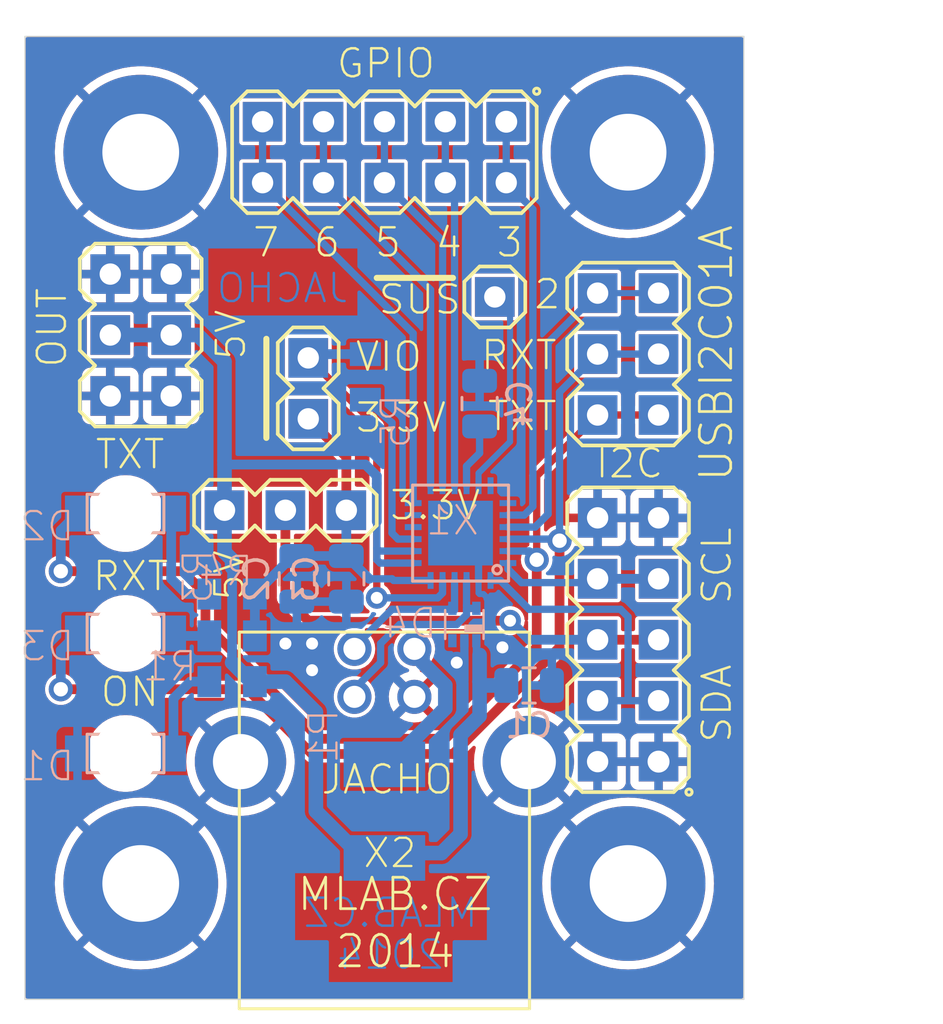
<source format=kicad_pcb>
(kicad_pcb (version 20211014) (generator pcbnew)
  (layers (0 "F.Cu" signal) (31 "B.Cu" signal) (34 "B.Paste" user) (35 "F.Paste" user) (36 "B.SilkS" user "B.Silkscreen") (37 "F.SilkS" user "F.Silkscreen") (38 "B.Mask" user) (39 "F.Mask" user) (44 "Edge.Cuts" user))
  (net 0 "")
  (net 1 "GND")
  (net 2 "+3.3V")
  (net 3 "+5V")
  (net 4 "Net-(C4-Pad1)")
  (net 5 "Net-(D1-PadA)")
  (net 6 "Net-(D2-PadA)")
  (net 7 "Net-(D2-PadK)")
  (net 8 "Net-(D3-PadA)")
  (net 9 "Net-(D3-PadK)")
  (net 10 "Net-(P1-Pad1)")
  (net 11 "Net-(R5-Pad1)")
  (net 12 "Net-(R5-Pad2)")
  (net 13 "Net-(SV2-Pad3)")
  (net 14 "Net-(SV2-Pad5)")
  (net 15 "Net-(SV2-Pad7)")
  (net 16 "Net-(SV4-Pad5)")
  (net 17 "Net-(SV5-Pad1)")
  (net 18 "Net-(SV5-Pad3)")
  (net 19 "Net-(SV5-Pad5)")
  (net 20 "Net-(SV5-Pad7)")
  (net 21 "Net-(SV5-Pad10)")
  (net 22 "Net-(SV7-Pad1)")
  (net 23 "Net-(X1-PadP$3)")
  (net 24 "Net-(X1-PadP$4)")
  (footprint "untitled:SROUB3M" (layer "F.Cu") (at 138.3411 89.7636)
    (fp_text reference "X4" hide)
    (fp_text value "SROUB3M" hide)
    (pad "P$1" thru_hole circle (at 0 0) (size 6.4516 6.4516) (drill 3.2) (layers *.Cu *.Mask) (net 1 "GND"))
  )
  (footprint "untitled:SROUB3M" (layer "F.Cu") (at 138.3411 120.2436)
    (fp_text reference "X3" hide)
    (fp_text value "SROUB3M" hide)
    (pad "P$1" thru_hole circle (at 0 0) (size 6.4516 6.4516) (drill 3.2) (layers *.Cu *.Mask) (net 1 "GND"))
  )
  (footprint "untitled:MA01-1" (layer "F.Cu") (at 153.10485 95.7961)
    (fp_text reference "SV7" hide)
    (fp_text value "MA01-1")
    (pad "1" thru_hole rect (at 0 0 90) (size 1.651 1.651) (drill 0.889) (layers *.Cu *.Mask) (net 22 "Net-(SV7-Pad1)"))
  )
  (footprint "untitled:MA03-2" (layer "F.Cu") (at 158.6611 98.17735 90)
    (fp_text reference "SV4" hide)
    (fp_text value "MA03-2")
    (pad "1" thru_hole rect (at -2.54 1.27 90) (size 1.651 1.651) (drill 0.889) (layers *.Cu *.Mask) (net 7 "Net-(D2-PadK)"))
    (pad "2" thru_hole rect (at -2.54 -1.27 90) (size 1.651 1.651) (drill 0.889) (layers *.Cu *.Mask) (net 7 "Net-(D2-PadK)"))
    (pad "3" thru_hole rect (at 0 1.27 90) (size 1.651 1.651) (drill 0.889) (layers *.Cu *.Mask) (net 9 "Net-(D3-PadK)"))
    (pad "4" thru_hole rect (at 0 -1.27 90) (size 1.651 1.651) (drill 0.889) (layers *.Cu *.Mask) (net 9 "Net-(D3-PadK)"))
    (pad "5" thru_hole rect (at 2.54 1.27 90) (size 1.651 1.651) (drill 0.889) (layers *.Cu *.Mask) (net 16 "Net-(SV4-Pad5)"))
    (pad "6" thru_hole rect (at 2.54 -1.27 90) (size 1.651 1.651) (drill 0.889) (layers *.Cu *.Mask) (net 16 "Net-(SV4-Pad5)"))
  )
  (footprint "untitled:SROUB3M" (layer "F.Cu") (at 158.6611 89.7636)
    (fp_text reference "X6" hide)
    (fp_text value "SROUB3M" hide)
    (pad "P$1" thru_hole circle (at 0 0) (size 6.4516 6.4516) (drill 3.2) (layers *.Cu *.Mask) (net 1 "GND"))
  )
  (footprint "untitled:MA03-1" (layer "F.Cu") (at 144.3736 104.6861 180)
    (fp_text reference "SV3" hide)
    (fp_text value "MA03-1")
    (pad "1" thru_hole rect (at -2.54 0 270) (size 1.651 1.651) (drill 0.889) (layers *.Cu *.Mask) (net 2 "+3.3V"))
    (pad "2" thru_hole rect (at 0 0 270) (size 1.651 1.651) (drill 0.889) (layers *.Cu *.Mask) (net 14 "Net-(SV2-Pad5)"))
    (pad "3" thru_hole rect (at 2.54 0 270) (size 1.651 1.651) (drill 0.889) (layers *.Cu *.Mask) (net 3 "+5V"))
  )
  (footprint "untitled:MA03-2" (layer "F.Cu") (at 138.3411 97.3836 90)
    (fp_text reference "SV6" hide)
    (fp_text value "MA03-2")
    (pad "1" thru_hole rect (at -2.54 1.27 90) (size 1.651 1.651) (drill 0.889) (layers *.Cu *.Mask) (net 1 "GND"))
    (pad "2" thru_hole rect (at -2.54 -1.27 90) (size 1.651 1.651) (drill 0.889) (layers *.Cu *.Mask) (net 1 "GND"))
    (pad "3" thru_hole rect (at 0 1.27 90) (size 1.651 1.651) (drill 0.889) (layers *.Cu *.Mask) (net 3 "+5V"))
    (pad "4" thru_hole rect (at 0 -1.27 90) (size 1.651 1.651) (drill 0.889) (layers *.Cu *.Mask) (net 3 "+5V"))
    (pad "5" thru_hole rect (at 2.54 1.27 90) (size 1.651 1.651) (drill 0.889) (layers *.Cu *.Mask) (net 1 "GND"))
    (pad "6" thru_hole rect (at 2.54 -1.27 90) (size 1.651 1.651) (drill 0.889) (layers *.Cu *.Mask) (net 1 "GND"))
  )
  (footprint "untitled:MA05-2" (layer "F.Cu") (at 158.6611 110.0836 90)
    (fp_text reference "SV2" hide)
    (fp_text value "MA05-2")
    (pad "1" thru_hole rect (at -5.08 1.27 90) (size 1.651 1.651) (drill 0.9144) (layers *.Cu *.Mask) (net 1 "GND"))
    (pad "2" thru_hole rect (at -5.08 -1.27 90) (size 1.651 1.651) (drill 0.889) (layers *.Cu *.Mask) (net 1 "GND"))
    (pad "3" thru_hole rect (at -2.54 1.27 90) (size 1.651 1.651) (drill 0.889) (layers *.Cu *.Mask) (net 13 "Net-(SV2-Pad3)"))
    (pad "4" thru_hole rect (at -2.54 -1.27 90) (size 1.651 1.651) (drill 0.889) (layers *.Cu *.Mask) (net 13 "Net-(SV2-Pad3)"))
    (pad "5" thru_hole rect (at 0 1.27 90) (size 1.651 1.651) (drill 0.889) (layers *.Cu *.Mask) (net 14 "Net-(SV2-Pad5)"))
    (pad "6" thru_hole rect (at 0 -1.27 90) (size 1.651 1.651) (drill 0.889) (layers *.Cu *.Mask) (net 14 "Net-(SV2-Pad5)"))
    (pad "7" thru_hole rect (at 2.54 1.27 90) (size 1.651 1.651) (drill 0.889) (layers *.Cu *.Mask) (net 15 "Net-(SV2-Pad7)"))
    (pad "8" thru_hole rect (at 2.54 -1.27 90) (size 1.651 1.651) (drill 0.889) (layers *.Cu *.Mask) (net 15 "Net-(SV2-Pad7)"))
    (pad "9" thru_hole rect (at 5.08 1.27 90) (size 1.651 1.651) (drill 0.889) (layers *.Cu *.Mask) (net 1 "GND"))
    (pad "10" thru_hole rect (at 5.08 -1.27 90) (size 1.651 1.651) (drill 0.889) (layers *.Cu *.Mask) (net 1 "GND"))
  )
  (footprint "untitled:SROUB3M" (layer "F.Cu") (at 158.6611 120.2436)
    (fp_text reference "X5" hide)
    (fp_text value "SROUB3M" hide)
    (pad "P$1" thru_hole circle (at 0 0) (size 6.4516 6.4516) (drill 3.2) (layers *.Cu *.Mask) (net 1 "GND"))
  )
  (footprint "untitled:MA05-2" (layer "F.Cu") (at 148.5011 89.7636 180)
    (fp_text reference "SV5" hide)
    (fp_text value "MA05-2")
    (pad "1" thru_hole rect (at -5.08 1.27 180) (size 1.651 1.651) (drill 0.9144) (layers *.Cu *.Mask) (net 17 "Net-(SV5-Pad1)"))
    (pad "2" thru_hole rect (at -5.08 -1.27 180) (size 1.651 1.651) (drill 0.889) (layers *.Cu *.Mask) (net 17 "Net-(SV5-Pad1)"))
    (pad "3" thru_hole rect (at -2.54 1.27 180) (size 1.651 1.651) (drill 0.889) (layers *.Cu *.Mask) (net 18 "Net-(SV5-Pad3)"))
    (pad "4" thru_hole rect (at -2.54 -1.27 180) (size 1.651 1.651) (drill 0.889) (layers *.Cu *.Mask) (net 18 "Net-(SV5-Pad3)"))
    (pad "5" thru_hole rect (at 0 1.27 180) (size 1.651 1.651) (drill 0.889) (layers *.Cu *.Mask) (net 19 "Net-(SV5-Pad5)"))
    (pad "6" thru_hole rect (at 0 -1.27 180) (size 1.651 1.651) (drill 0.889) (layers *.Cu *.Mask) (net 19 "Net-(SV5-Pad5)"))
    (pad "7" thru_hole rect (at 2.54 1.27 180) (size 1.651 1.651) (drill 0.889) (layers *.Cu *.Mask) (net 20 "Net-(SV5-Pad7)"))
    (pad "8" thru_hole rect (at 2.54 -1.27 180) (size 1.651 1.651) (drill 0.889) (layers *.Cu *.Mask) (net 20 "Net-(SV5-Pad7)"))
    (pad "9" thru_hole rect (at 5.08 1.27 180) (size 1.651 1.651) (drill 0.889) (layers *.Cu *.Mask) (net 21 "Net-(SV5-Pad10)"))
    (pad "10" thru_hole rect (at 5.08 -1.27 180) (size 1.651 1.651) (drill 0.889) (layers *.Cu *.Mask) (net 21 "Net-(SV5-Pad10)"))
  )
  (footprint "untitled:MA02-1" (layer "F.Cu") (at 145.3261 99.6061 90)
    (fp_text reference "SV1" hide)
    (fp_text value "MA02-1" hide)
    (pad "1" thru_hole rect (at -1.27 0 180) (size 1.651 1.651) (drill 0.889) (layers *.Cu *.Mask) (net 2 "+3.3V"))
    (pad "2" thru_hole rect (at 1.27 0 180) (size 1.651 1.651) (drill 0.889) (layers *.Cu *.Mask) (net 12 "Net-(R5-Pad2)"))
  )
  (footprint "untitled:USB_B" (layer "F.Cu") (at 148.5011 115.1636)
    (fp_text reference "X2" (at -0.9525 3.81) (layer "F.SilkS") (effects (font (size 1.176528 1.176528) (thickness 0.093472)) (justify left)))
    (fp_text value "USB_B")
    (pad "1" thru_hole circle (at 1.25 -4.7) (size 1.4224 1.4224) (drill 0.92) (layers *.Cu *.Mask) (net 10 "Net-(P1-Pad1)"))
    (pad "2" thru_hole circle (at -1.25 -4.7) (size 1.4224 1.4224) (drill 0.92) (layers *.Cu *.Mask) (net 24 "Net-(X1-PadP$4)"))
    (pad "3" thru_hole circle (at -1.25 -2.7) (size 1.4224 1.4224) (drill 0.92) (layers *.Cu *.Mask) (net 23 "Net-(X1-PadP$3)"))
    (pad "4" thru_hole circle (at 1.25 -2.7) (size 1.4224 1.4224) (drill 0.92) (layers *.Cu *.Mask) (net 1 "GND"))
    (pad "GND" thru_hole circle (at -6 0) (size 3.81 3.81) (drill 2.3) (layers *.Cu *.Mask) (net 1 "GND"))
    (pad "GND2" thru_hole circle (at 6 0) (size 3.81 3.81) (drill 2.3) (layers *.Cu *.Mask) (net 1 "GND"))
  )
  (footprint "untitled:1206_2" (layer "B.Cu") (at 137.7061 104.8236 -90)
    (fp_text reference "D2" (at 0.53125 2.0575 -180) (layer "B.SilkS") (effects (font (size 1.176528 1.176528) (thickness 0.093472)) (justify left mirror)))
    (fp_text value "CERVENA" hide)
    (pad "" np_thru_hole circle (at 0 0 270) (size 2.7 2.7) (drill 2.7) (layers *.Cu *.Mask))
    (pad "A" smd rect (at 0 -2 270) (size 1.5 1.05) (layers "B.Cu" "B.Paste" "B.Mask") (net 6 "Net-(D2-PadA)"))
    (pad "K" smd rect (at 0 2 270) (size 1.5 1.05) (layers "B.Cu" "B.Paste" "B.Mask") (net 7 "Net-(D2-PadK)"))
  )
  (footprint "untitled:1812" (layer "B.Cu") (at 148.5011 117.22735 -90)
    (fp_text reference "P1" (at -1.905 2.54 -270) (layer "B.SilkS") (effects (font (size 1.176528 1.176528) (thickness 0.093472)) (justify right mirror)))
    (fp_text value "750mA")
    (pad "1" smd rect (at -1.95 0 270) (size 1.9 3.4) (layers "B.Cu" "B.Paste" "B.Mask") (net 10 "Net-(P1-Pad1)"))
    (pad "2" smd rect (at 1.95 0 270) (size 1.9 3.4) (layers "B.Cu" "B.Paste" "B.Mask") (net 3 "+5V"))
  )
  (footprint "untitled:0805" (layer "B.Cu") (at 147.70735 99.12985 90)
    (fp_text reference "R5" (at -0.635 1.27 90) (layer "B.SilkS") (effects (font (size 1.176528 1.176528) (thickness 0.093472)) (justify left mirror)))
    (fp_text value "4k7")
    (pad "1" smd rect (at -0.95 0 90) (size 0.9906 1.2954) (layers "B.Cu" "B.Paste" "B.Mask") (net 11 "Net-(R5-Pad1)"))
    (pad "2" smd rect (at 0.95 0 90) (size 0.9906 1.2954) (layers "B.Cu" "B.Paste" "B.Mask") (net 12 "Net-(R5-Pad2)"))
  )
  (footprint "untitled:1206_2" (layer "B.Cu") (at 137.7061 114.8236 -90)
    (fp_text reference "D1" (at 0.53125 2.0575 -180) (layer "B.SilkS") (effects (font (size 1.176528 1.176528) (thickness 0.093472)) (justify left mirror)))
    (fp_text value "ZELENA" hide)
    (pad "" np_thru_hole circle (at 0 0 270) (size 2.7 2.7) (drill 2.7) (layers *.Cu *.Mask))
    (pad "A" smd rect (at 0 -2 270) (size 1.5 1.05) (layers "B.Cu" "B.Paste" "B.Mask") (net 5 "Net-(D1-PadA)"))
    (pad "K" smd rect (at 0 2 270) (size 1.5 1.05) (layers "B.Cu" "B.Paste" "B.Mask") (net 1 "GND"))
  )
  (footprint "untitled:0805" (layer "B.Cu") (at 142.1511 108.1786 180)
    (fp_text reference "R4" (at -0.9525 0.9525) (layer "B.SilkS") (effects (font (size 1.176528 1.176528) (thickness 0.093472)) (justify left mirror)))
    (fp_text value "470R")
    (pad "1" smd rect (at -0.95 0 180) (size 0.9906 1.2954) (layers "B.Cu" "B.Paste" "B.Mask") (net 2 "+3.3V"))
    (pad "2" smd rect (at 0.95 0 180) (size 0.9906 1.2954) (layers "B.Cu" "B.Paste" "B.Mask") (net 6 "Net-(D2-PadA)"))
  )
  (footprint "untitled:0805" (layer "B.Cu") (at 142.1511 109.92485 180)
    (fp_text reference "R3" (at 1.42875 1.27 270) (layer "B.SilkS") (effects (font (size 1.176528 1.176528) (thickness 0.093472)) (justify right mirror)))
    (fp_text value "470R")
    (pad "1" smd rect (at -0.95 0 180) (size 0.9906 1.2954) (layers "B.Cu" "B.Paste" "B.Mask") (net 2 "+3.3V"))
    (pad "2" smd rect (at 0.95 0 180) (size 0.9906 1.2954) (layers "B.Cu" "B.Paste" "B.Mask") (net 8 "Net-(D3-PadA)"))
  )
  (footprint "Capacitor_SMD:C_0805_2012Metric" (layer "B.Cu") (at 154.5336 111.9886)
    (fp_text reference "C1" (at 0 1.68 180) (layer "B.SilkS") (effects (justify mirror)))
    (fp_text value "1uF")
    (pad "1" smd roundrect (at -0.95 0) (size 1 1.45) (layers "B.Cu" "B.Paste" "B.Mask") (net 3 "+5V"))
    (pad "2" smd roundrect (at 0.95 0) (size 1 1.45) (layers "B.Cu" "B.Paste" "B.Mask") (net 1 "GND"))
  )
  (footprint "untitled:1206_2" (layer "B.Cu") (at 137.7061 109.8236 -90)
    (fp_text reference "D3" (at 0.53125 2.0575 -180) (layer "B.SilkS") (effects (font (size 1.176528 1.176528) (thickness 0.093472)) (justify left mirror)))
    (fp_text value "CERVENA" hide)
    (pad "" np_thru_hole circle (at 0 0 270) (size 2.7 2.7) (drill 2.7) (layers *.Cu *.Mask))
    (pad "A" smd rect (at 0 -2 270) (size 1.5 1.05) (layers "B.Cu" "B.Paste" "B.Mask") (net 8 "Net-(D3-PadA)"))
    (pad "K" smd rect (at 0 2 270) (size 1.5 1.05) (layers "B.Cu" "B.Paste" "B.Mask") (net 9 "Net-(D3-PadK)"))
  )
  (footprint "Capacitor_SMD:C_0805_2012Metric" (layer "B.Cu") (at 146.9136 107.5436 -90)
    (fp_text reference "C3" (at 0 1.68 90) (layer "B.SilkS") (effects (justify mirror)))
    (fp_text value "100nF")
    (pad "1" smd roundrect (at -0.95 0 270) (size 1 1.45) (layers "B.Cu" "B.Paste" "B.Mask") (net 2 "+3.3V"))
    (pad "2" smd roundrect (at 0.95 0 270) (size 1 1.45) (layers "B.Cu" "B.Paste" "B.Mask") (net 1 "GND"))
  )
  (footprint "untitled:SOT553" (layer "B.Cu") (at 151.83485 109.4486 180)
    (fp_text reference "D4" (at 1.06375 0.0475) (layer "B.SilkS") (effects (font (size 1.176528 1.176528) (thickness 0.093472)) (justify left mirror)))
    (fp_text value "SP1001-04XTG")
    (pad "1" smd rect (at -0.5 -0.675 180) (size 0.35 0.55) (layers "B.Cu" "B.Paste" "B.Mask") (net 3 "+5V"))
    (pad "2" smd rect (at 0 -0.675 180) (size 0.35 0.55) (layers "B.Cu" "B.Paste" "B.Mask") (net 1 "GND"))
    (pad "3" smd rect (at 0.5 -0.675 180) (size 0.35 0.55) (layers "B.Cu" "B.Paste" "B.Mask"))
    (pad "4" smd rect (at 0.5 0.675) (size 0.35 0.55) (layers "B.Cu" "B.Paste" "B.Mask") (net 24 "Net-(X1-PadP$4)"))
    (pad "5" smd rect (at -0.5 0.675) (size 0.35 0.55) (layers "B.Cu" "B.Paste" "B.Mask") (net 23 "Net-(X1-PadP$3)"))
  )
  (footprint "untitled:QFN-24" (layer "B.Cu") (at 151.6761 105.6386 90)
    (fp_text reference "X1" (at 0.5275 0.845 180) (layer "B.SilkS") (effects (font (size 1.176528 1.176528) (thickness 0.093472)) (justify left mirror)))
    (fp_text value "CP2112" hide)
    (pad "P$1" smd rect (at -1.975 1.25 90) (size 0.7 0.25) (layers "B.Cu" "B.Paste" "B.Mask") (net 13 "Net-(SV2-Pad3)"))
    (pad "P$2" smd rect (at -1.975 0.75 90) (size 0.7 0.25) (layers "B.Cu" "B.Paste" "B.Mask") (net 1 "GND"))
    (pad "P$3" smd rect (at -1.975 0.25 90) (size 0.7 0.25) (layers "B.Cu" "B.Paste" "B.Mask") (net 23 "Net-(X1-PadP$3)"))
    (pad "P$4" smd rect (at -1.975 -0.25 90) (size 0.7 0.25) (layers "B.Cu" "B.Paste" "B.Mask") (net 24 "Net-(X1-PadP$4)"))
    (pad "P$5" smd rect (at -1.975 -0.75 90) (size 0.7 0.25) (layers "B.Cu" "B.Paste" "B.Mask") (net 12 "Net-(R5-Pad2)"))
    (pad "P$6" smd rect (at -1.975 -1.25 90) (size 0.7 0.25) (layers "B.Cu" "B.Paste" "B.Mask") (net 2 "+3.3V"))
    (pad "P$7" smd rect (at -1.25 -1.975) (size 0.7 0.25) (layers "B.Cu" "B.Paste" "B.Mask") (net 3 "+5V"))
    (pad "P$8" smd rect (at -0.75 -1.975) (size 0.7 0.25) (layers "B.Cu" "B.Paste" "B.Mask") (net 3 "+5V"))
    (pad "P$9" smd rect (at -0.25 -1.975) (size 0.7 0.25) (layers "B.Cu" "B.Paste" "B.Mask") (net 11 "Net-(R5-Pad1)"))
    (pad "P$10" smd rect (at 0.25 -1.975) (size 0.7 0.25) (layers "B.Cu" "B.Paste" "B.Mask"))
    (pad "P$11" smd rect (at 0.75 -1.975) (size 0.7 0.25) (layers "B.Cu" "B.Paste" "B.Mask"))
    (pad "P$12" smd rect (at 1.25 -1.975) (size 0.7 0.25) (layers "B.Cu" "B.Paste" "B.Mask") (net 21 "Net-(SV5-Pad10)"))
    (pad "P$13" smd rect (at 1.975 -1.25 270) (size 0.7 0.25) (layers "B.Cu" "B.Paste" "B.Mask") (net 20 "Net-(SV5-Pad7)"))
    (pad "P$14" smd rect (at 1.975 -0.75 270) (size 0.7 0.25) (layers "B.Cu" "B.Paste" "B.Mask") (net 19 "Net-(SV5-Pad5)"))
    (pad "P$15" smd rect (at 1.975 -0.25 270) (size 0.7 0.25) (layers "B.Cu" "B.Paste" "B.Mask") (net 18 "Net-(SV5-Pad3)"))
    (pad "P$16" smd rect (at 1.975 0.25 270) (size 0.7 0.25) (layers "B.Cu" "B.Paste" "B.Mask") (net 4 "Net-(C4-Pad1)"))
    (pad "P$17" smd rect (at 1.975 0.75 270) (size 0.7 0.25) (layers "B.Cu" "B.Paste" "B.Mask") (net 22 "Net-(SV7-Pad1)"))
    (pad "P$18" smd rect (at 1.975 1.25 270) (size 0.7 0.25) (layers "B.Cu" "B.Paste" "B.Mask"))
    (pad "P$19" smd rect (at 1.25 1.975 180) (size 0.7 0.25) (layers "B.Cu" "B.Paste" "B.Mask"))
    (pad "P$20" smd rect (at 0.75 1.975 180) (size 0.7 0.25) (layers "B.Cu" "B.Paste" "B.Mask") (net 17 "Net-(SV5-Pad1)"))
    (pad "P$21" smd rect (at 0.25 1.975 180) (size 0.7 0.25) (layers "B.Cu" "B.Paste" "B.Mask") (net 16 "Net-(SV4-Pad5)"))
    (pad "P$22" smd rect (at -0.25 1.975 180) (size 0.7 0.25) (layers "B.Cu" "B.Paste" "B.Mask") (net 9 "Net-(D3-PadK)"))
    (pad "P$23" smd rect (at -0.75 1.975 180) (size 0.7 0.25) (layers "B.Cu" "B.Paste" "B.Mask") (net 7 "Net-(D2-PadK)"))
    (pad "P$24" smd rect (at -1.25 1.975 180) (size 0.7 0.25) (layers "B.Cu" "B.Paste" "B.Mask") (net 15 "Net-(SV2-Pad7)"))
    (pad "P$25" smd rect (at 0 0 90) (size 2.7 2.7) (layers "B.Cu" "B.Paste" "B.Mask") (net 1 "GND"))
  )
  (footprint "untitled:0805" (layer "B.Cu") (at 142.1511 111.82985)
    (fp_text reference "R1" (at -3.81 -0.635) (layer "B.SilkS") (effects (font (size 1.176528 1.176528) (thickness 0.093472)) (justify right mirror)))
    (fp_text value "470R")
    (pad "1" smd rect (at -0.95 0) (size 0.9906 1.2954) (layers "B.Cu" "B.Paste" "B.Mask") (net 5 "Net-(D1-PadA)"))
    (pad "2" smd rect (at 0.95 0) (size 0.9906 1.2954) (layers "B.Cu" "B.Paste" "B.Mask") (net 3 "+5V"))
  )
  (footprint "Capacitor_SMD:C_0805_2012Metric" (layer "B.Cu") (at 152.46985 100.2411 90)
    (fp_text reference "C4" (at 0 1.68 270) (layer "B.SilkS") (effects (justify mirror)))
    (fp_text value "4u7")
    (pad "1" smd roundrect (at -0.95 0 90) (size 1 1.45) (layers "B.Cu" "B.Paste" "B.Mask") (net 4 "Net-(C4-Pad1)"))
    (pad "2" smd roundrect (at 0.95 0 90) (size 1 1.45) (layers "B.Cu" "B.Paste" "B.Mask") (net 1 "GND"))
  )
  (footprint "Capacitor_SMD:C_0805_2012Metric" (layer "B.Cu") (at 144.84985 107.5436 -90)
    (fp_text reference "C2" (at 0 1.68 90) (layer "B.SilkS") (effects (justify mirror)))
    (fp_text value "10uF")
    (pad "1" smd roundrect (at -0.95 0 270) (size 1 1.45) (layers "B.Cu" "B.Paste" "B.Mask") (net 2 "+3.3V"))
    (pad "2" smd roundrect (at 0.95 0 270) (size 1 1.45) (layers "B.Cu" "B.Paste" "B.Mask") (net 1 "GND"))
  )
  (gr_line (start 143.57985 101.66985) (end 143.57985 97.54235) (layer "F.SilkS") (width 0.254))
  (gr_line (start 148.1836 95.00235) (end 151.3586 95.00235) (layer "F.SilkS") (width 0.254))
  (gr_line (start 133.5151 84.9376) (end 133.5151 125.0696) (layer "Edge.Cuts") (width 0.05))
  (gr_line (start 133.5151 125.0696) (end 163.4871 125.0696) (layer "Edge.Cuts") (width 0.05))
  (gr_line (start 163.4871 125.0696) (end 163.4871 84.9376) (layer "Edge.Cuts") (width 0.05))
  (gr_line (start 163.4871 84.9376) (end 133.5151 84.9376) (layer "Edge.Cuts") (width 0.05))
  (gr_text "MLAB.CZ" (at 152.46985 122.1486) (layer "B.Cu") (effects (font (size 1.1684 1.1684) (thickness 0.1016)) (justify left bottom mirror)))
  (gr_text "2014" (at 151.0411 123.89485) (layer "B.Cu") (effects (font (size 1.1684 1.1684) (thickness 0.1016)) (justify left bottom mirror)))
  (gr_text "JACHO" (at 147.07235 96.1136) (layer "B.Cu") (effects (font (size 1.1684 1.1684) (thickness 0.1016)) (justify left bottom mirror)))
  (gr_text "OUT" (at 135.32485 98.81235 90) (layer "F.SilkS") (effects (font (size 1.1684 1.1684) (thickness 0.1016)) (justify left bottom)))
  (gr_text "MLAB.CZ" (at 153.10485 119.9261) (layer "F.SilkS") (effects (font (size 1.308608 1.308608) (thickness 0.113792)) (justify right top)))
  (gr_text "7" (at 142.94485 94.2086) (layer "F.SilkS") (effects (font (size 1.1684 1.1684) (thickness 0.1016)) (justify left bottom)))
  (gr_text "GPIO" (at 146.43735 86.74735) (layer "F.SilkS") (effects (font (size 1.1684 1.1684) (thickness 0.1016)) (justify left bottom)))
  (gr_text "SCL" (at 161.67735 105.3211 90) (layer "F.SilkS") (effects (font (size 1.1684 1.1684) (thickness 0.1016)) (justify right top)))
  (gr_text "JACHO" (at 145.80235 116.59235) (layer "F.SilkS") (effects (font (size 1.1684 1.1684) (thickness 0.1016)) (justify left bottom)))
  (gr_text "6" (at 145.48485 94.2086) (layer "F.SilkS") (effects (font (size 1.1684 1.1684) (thickness 0.1016)) (justify left bottom)))
  (gr_text "2014" (at 151.51735 122.30735) (layer "F.SilkS") (effects (font (size 1.308608 1.308608) (thickness 0.113792)) (justify right top)))
  (gr_text "I2C" (at 157.23235 103.4161) (layer "F.SilkS") (effects (font (size 1.1684 1.1684) (thickness 0.1016)) (justify left bottom)))
  (gr_text "TXT" (at 139.40985 101.66985) (layer "F.SilkS") (effects (font (size 1.1684 1.1684) (thickness 0.1016)) (justify right top)))
  (gr_text "2" (at 155.91985 95.00235) (layer "F.SilkS") (effects (font (size 1.1684 1.1684) (thickness 0.1016)) (justify right top)))
  (gr_text "SUS" (at 148.1836 96.58985) (layer "F.SilkS") (effects (font (size 1.1684 1.1684) (thickness 0.1016)) (justify left bottom)))
  (gr_text "SDA" (at 161.67735 111.0361 90) (layer "F.SilkS") (effects (font (size 1.1684 1.1684) (thickness 0.1016)) (justify right top)))
  (gr_text "5" (at 148.02485 94.2086) (layer "F.SilkS") (effects (font (size 1.1684 1.1684) (thickness 0.1016)) (justify left bottom)))
  (gr_text "TXT" (at 155.7611 100.08235) (layer "F.SilkS") (effects (font (size 1.1684 1.1684) (thickness 0.1016)) (justify right top)))
  (gr_text "USBI2C01A" (at 163.1061 103.57485 90) (layer "F.SilkS") (effects (font (size 1.308608 1.308608) (thickness 0.113792)) (justify left bottom)))
  (gr_text "3.3V" (at 147.2311 101.5111) (layer "F.SilkS") (effects (font (size 1.1684 1.1684) (thickness 0.1016)) (justify left bottom)))
  (gr_text "4" (at 150.56485 94.2086) (layer "F.SilkS") (effects (font (size 1.1684 1.1684) (thickness 0.1016)) (justify left bottom)))
  (gr_text "RXT" (at 139.5686 106.74985) (layer "F.SilkS") (effects (font (size 1.1684 1.1684) (thickness 0.1016)) (justify right top)))
  (gr_text "VIO" (at 147.2311 98.9711) (layer "F.SilkS") (effects (font (size 1.1684 1.1684) (thickness 0.1016)) (justify left bottom)))
  (gr_text "3" (at 153.10485 94.2086) (layer "F.SilkS") (effects (font (size 1.1684 1.1684) (thickness 0.1016)) (justify left bottom)))
  (gr_text "RXT" (at 155.7611 97.54235) (layer "F.SilkS") (effects (font (size 1.1684 1.1684) (thickness 0.1016)) (justify right top)))
  (gr_text "5V" (at 141.35735 106.2736 90) (layer "F.SilkS") (effects (font (size 1.1684 1.1684) (thickness 0.1016)) (justify right top)))
  (gr_text "5V" (at 142.7861 98.49485 90) (layer "F.SilkS") (effects (font (size 1.1684 1.1684) (thickness 0.1016)) (justify left bottom)))
  (gr_text "ON" (at 136.59485 112.9411) (layer "F.SilkS") (effects (font (size 1.1684 1.1684) (thickness 0.1016)) (justify left bottom)))
  (gr_text "3.3V" (at 148.65985 105.16235) (layer "F.SilkS") (effects (font (size 1.1684 1.1684) (thickness 0.1016)) (justify left bottom)))
  (via (at 151.51735 111.0361) (size 0.9064) (drill 0.5) (layers "F.Cu" "B.Cu") (net 1))
  (via (at 153.42235 110.4011) (size 0.9064) (drill 0.5) (layers "F.Cu" "B.Cu") (net 1))
  (via (at 145.48485 111.3536) (size 0.9064) (drill 0.5) (layers "F.Cu" "B.Cu") (net 1))
  (via (at 145.48485 110.24235) (size 0.9064) (drill 0.5) (layers "F.Cu" "B.Cu") (net 1))
  (via (at 144.3736 110.24235) (size 0.9064) (drill 0.5) (layers "F.Cu" "B.Cu") (net 1))
  (segment (start 152.4261 106.3886) (end 151.6761 105.6386) (width 0.3048) (layer "B.Cu") (net 1))
  (segment (start 152.4261 107.6136) (end 152.4261 106.3886) (width 0.3048) (layer "B.Cu") (net 1))
  (segment (start 152.4261 108.13485) (end 152.46985 108.1786) (width 0.254) (layer "B.Cu") (net 1))
  (segment (start 152.6286 108.1786) (end 153.10485 108.65485) (width 0.254) (layer "B.Cu") (net 1))
  (segment (start 152.4261 107.6136) (end 152.4261 108.13485) (width 0.254) (layer "B.Cu") (net 1))
  (segment (start 152.46985 108.1786) (end 152.6286 108.1786) (width 0.254) (layer "B.Cu") (net 1))
  (segment (start 146.9136 104.6861) (end 146.9136 102.4636) (width 0.4064) (layer "F.Cu") (net 2))
  (segment (start 146.9136 102.4636) (end 145.3261 100.8761) (width 0.4064) (layer "F.Cu") (net 2))
  (segment (start 148.8886 107.6136) (end 148.8186 107.5436) (width 0.3048) (layer "B.Cu") (net 2))
  (segment (start 146.9136 106.5936) (end 144.84985 106.5936) (width 0.4064) (layer "B.Cu") (net 2))
  (segment (start 148.8186 107.5436) (end 147.8636 107.5436) (width 0.3048) (layer "B.Cu") (net 2))
  (segment (start 143.1011 108.1786) (end 144.6861 106.5936) (width 0.4064) (layer "B.Cu") (net 2))
  (segment (start 143.1011 109.92485) (end 143.1011 108.1786) (width 0.4064) (layer "B.Cu") (net 2))
  (segment (start 150.4261 107.6136) (end 148.8886 107.6136) (width 0.3048) (layer "B.Cu") (net 2))
  (segment (start 144.6861 106.5936) (end 144.84985 106.5936) (width 0.4064) (layer "B.Cu") (net 2))
  (segment (start 147.8636 107.5436) (end 147.70485 107.38485) (width 0.4064) (layer "B.Cu") (net 2))
  (segment (start 146.9136 106.5936) (end 146.9136 104.6861) (width 0.4064) (layer "B.Cu") (net 2))
  (segment (start 147.70485 107.38485) (end 146.9136 106.5936) (width 0.4064) (layer "B.Cu") (net 2))
  (segment (start 152.33485 110.69485) (end 152.46985 110.7186) (width 0.3048) (layer "B.Cu") (net 3))
  (segment (start 148.32235 106.8886) (end 148.1836 106.74985) (width 0.3048) (layer "B.Cu") (net 3))
  (segment (start 148.2986 106.3886) (end 148.1836 106.2736) (width 0.3048) (layer "B.Cu") (net 3))
  (segment (start 148.1836 106.2736) (end 148.1836 105.16235) (width 0.3048) (layer "B.Cu") (net 3))
  (segment (start 149.7011 106.8886) (end 148.63985 106.8886) (width 0.3048) (layer "B.Cu") (net 3))
  (segment (start 151.6761 114.05235) (end 151.6761 118.17985) (width 0.6096) (layer "B.Cu") (net 3))
  (segment (start 139.6111 97.3836) (end 140.72235 97.3836) (width 0.6096) (layer "B.Cu") (net 3))
  (segment (start 141.8336 104.6861) (end 141.8336 102.7811) (width 0.6096) (layer "B.Cu") (net 3))
  (segment (start 141.8336 98.49485) (end 140.8811 97.54235) (width 0.6096) (layer "B.Cu") (net 3))
  (segment (start 148.1836 103.57485) (end 148.1836 105.16235) (width 0.4064) (layer "B.Cu") (net 3))
  (segment (start 148.1836 103.25735) (end 147.70735 102.7811) (width 0.4064) (layer "B.Cu") (net 3))
  (segment (start 152.33485 113.3936) (end 152.46985 113.2586) (width 0.6096) (layer "B.Cu") (net 3))
  (segment (start 152.3111 113.41735) (end 151.6761 114.05235) (width 0.6096) (layer "B.Cu") (net 3))
  (segment (start 142.1511 106.74985) (end 142.1511 107.06735) (width 0.6096) (layer "B.Cu") (net 3))
  (segment (start 144.3736 111.82985) (end 145.6436 113.09985) (width 0.6096) (layer "B.Cu") (net 3))
  (segment (start 153.5836 111.9886) (end 152.6286 111.9886) (width 0.6096) (layer "B.Cu") (net 3))
  (segment (start 142.1511 110.7186) (end 142.1511 111.0361) (width 0.4064) (layer "B.Cu") (net 3))
  (segment (start 148.70485 118.9736) (end 148.5011 119.17735) (width 0.6096) (layer "B.Cu") (net 3))
  (segment (start 142.1511 107.06735) (end 142.1511 110.7186) (width 0.4064) (layer "B.Cu") (net 3))
  (segment (start 142.94485 111.82985) (end 143.1011 111.82985) (width 0.6096) (layer "B.Cu") (net 3))
  (segment (start 152.33485 110.1236) (end 152.33485 110.69485) (width 0.3048) (layer "B.Cu") (net 3))
  (segment (start 145.6436 117.22735) (end 145.6436 115.8436) (width 0.6096) (layer "B.Cu") (net 3))
  (segment (start 152.6286 111.9886) (end 152.46985 111.82985) (width 0.6096) (layer "B.Cu") (net 3))
  (segment (start 141.8336 102.7811) (end 141.8336 102.62235) (width 0.6096) (layer "B.Cu") (net 3))
  (segment (start 149.7011 106.3886) (end 148.2986 106.3886) (width 0.3048) (layer "B.Cu") (net 3))
  (segment (start 147.70735 102.7811) (end 141.99235 102.7811) (width 0.4064) (layer "B.Cu") (net 3))
  (segment (start 141.99235 102.7811) (end 141.8336 102.62235) (width 0.4064) (layer "B.Cu") (net 3))
  (segment (start 148.1836 103.57485) (end 148.1836 103.25735) (width 0.4064) (layer "B.Cu") (net 3))
  (segment (start 152.33485 113.3936) (end 152.3111 113.41735) (width 0.4064) (layer "B.Cu") (net 3))
  (segment (start 142.1511 111.0361) (end 142.94485 111.82985) (width 0.6096) (layer "B.Cu") (net 3))
  (segment (start 151.6761 118.17985) (end 150.88235 118.9736) (width 0.6096) (layer "B.Cu") (net 3))
  (segment (start 152.46985 111.82985) (end 152.46985 110.7186) (width 0.6096) (layer "B.Cu") (net 3))
  (segment (start 141.8336 104.6861) (end 141.8336 106.43235) (width 0.6096) (layer "B.Cu") (net 3))
  (segment (start 148.63985 106.8886) (end 148.32235 106.8886) (width 0.3048) (layer "B.Cu") (net 3))
  (segment (start 148.1836 106.74985) (end 148.1836 106.2736) (width 0.3048) (layer "B.Cu") (net 3))
  (segment (start 145.6436 113.09985) (end 145.6436 115.8436) (width 0.6096) (layer "B.Cu") (net 3))
  (segment (start 147.38985 118.9736) (end 145.6436 117.22735) (width 0.6096) (layer "B.Cu") (net 3))
  (segment (start 141.8336 102.62235) (end 141.8336 98.49485) (width 0.6096) (layer "B.Cu") (net 3))
  (segment (start 148.70485 118.9736) (end 147.38985 118.9736) (width 0.6096) (layer "B.Cu") (net 3))
  (segment (start 143.1011 111.82985) (end 144.3736 111.82985) (width 0.6096) (layer "B.Cu") (net 3))
  (segment (start 140.72235 97.3836) (end 140.8811 97.54235) (width 0.6096) (layer "B.Cu") (net 3))
  (segment (start 137.0711 97.3836) (end 139.6111 97.3836) (width 0.6096) (layer "B.Cu") (net 3))
  (segment (start 141.8336 106.43235) (end 142.1511 106.74985) (width 0.6096) (layer "B.Cu") (net 3))
  (segment (start 150.88235 118.9736) (end 148.70485 118.9736) (width 0.6096) (layer "B.Cu") (net 3))
  (segment (start 152.46985 113.2586) (end 152.46985 111.82985) (width 0.6096) (layer "B.Cu") (net 3))
  (segment (start 152.46985 102.30485) (end 152.46985 101.1911) (width 0.3048) (layer "B.Cu") (net 4))
  (segment (start 151.9261 103.6636) (end 151.9261 102.8486) (width 0.3048) (layer "B.Cu") (net 4))
  (segment (start 151.9261 102.8486) (end 152.46985 102.30485) (width 0.3048) (layer "B.Cu") (net 4))
  (segment (start 139.7061 114.8236) (end 139.7061 112.5286) (width 0.4064) (layer "B.Cu") (net 5))
  (segment (start 140.40485 111.82985) (end 141.2011 111.82985) (width 0.4064) (layer "B.Cu") (net 5))
  (segment (start 139.7061 112.5286) (end 140.40485 111.82985) (width 0.4064) (layer "B.Cu") (net 5))
  (segment (start 139.6111 104.9186) (end 139.7061 104.8236) (width 0.4064) (layer "B.Cu") (net 6))
  (segment (start 139.6111 107.5436) (end 139.6111 104.9186) (width 0.4064) (layer "B.Cu") (net 6))
  (segment (start 141.2011 108.1786) (end 140.2461 108.1786) (width 0.4064) (layer "B.Cu") (net 6))
  (segment (start 140.2461 108.1786) (end 139.6111 107.5436) (width 0.4064) (layer "B.Cu") (net 6))
  (segment (start 135.00735 107.2261) (end 140.08735 107.2261) (width 0.4064) (layer "F.Cu") (net 7))
  (segment (start 151.0411 114.2111) (end 154.8511 110.4011) (width 0.4064) (layer "F.Cu") (net 7))
  (segment (start 141.03985 108.1786) (end 140.08735 107.2261) (width 0.4064) (layer "F.Cu") (net 7))
  (segment (start 141.03985 109.4486) (end 141.03985 108.1786) (width 0.4064) (layer "F.Cu") (net 7))
  (segment (start 157.3911 100.71735) (end 159.9311 100.71735) (width 0.3048) (layer "F.Cu") (net 7))
  (segment (start 154.8511 106.74985) (end 154.8511 103.25735) (width 0.3048) (layer "F.Cu") (net 7))
  (segment (start 154.8511 103.25735) (end 157.3911 100.71735) (width 0.3048) (layer "F.Cu") (net 7))
  (segment (start 154.8511 110.4011) (end 154.8511 106.74985) (width 0.4064) (layer "F.Cu") (net 7))
  (segment (start 145.80235 114.2111) (end 151.0411 114.2111) (width 0.4064) (layer "F.Cu") (net 7))
  (segment (start 145.80235 114.2111) (end 141.03985 109.4486) (width 0.4064) (layer "F.Cu") (net 7))
  (via (at 154.8511 106.74985) (size 1.0064) (drill 0.6) (layers "F.Cu" "B.Cu") (net 7))
  (via (at 135.00735 107.2261) (size 1.0064) (drill 0.6) (layers "F.Cu" "B.Cu") (net 7))
  (segment (start 135.00735 107.2261) (end 135.00735 105.52235) (width 0.4064) (layer "B.Cu") (net 7))
  (segment (start 154.48985 106.3886) (end 154.5336 106.43235) (width 0.3048) (layer "B.Cu") (net 7))
  (segment (start 135.00735 105.52235) (end 135.7061 104.8236) (width 0.4064) (layer "B.Cu") (net 7))
  (segment (start 153.6511 106.3886) (end 154.48985 106.3886) (width 0.3048) (layer "B.Cu") (net 7))
  (segment (start 154.8511 106.74985) (end 154.5336 106.43235) (width 0.4064) (layer "B.Cu") (net 7))
  (segment (start 139.80735 109.92485) (end 139.7061 109.8236) (width 0.4064) (layer "B.Cu") (net 8))
  (segment (start 141.2011 109.92485) (end 139.80735 109.92485) (width 0.4064) (layer "B.Cu") (net 8))
  (segment (start 142.7861 112.14735) (end 135.00735 112.14735) (width 0.4064) (layer "F.Cu") (net 9))
  (segment (start 143.4211 112.78235) (end 145.48485 114.8461) (width 0.4064) (layer "F.Cu") (net 9))
  (segment (start 143.4211 112.78235) (end 142.7861 112.14735) (width 0.4064) (layer "F.Cu") (net 9))
  (segment (start 151.3586 114.8461) (end 155.4861 110.7186) (width 0.4064) (layer "F.Cu") (net 9))
  (segment (start 145.48485 114.8461) (end 151.3586 114.8461) (width 0.4064) (layer "F.Cu") (net 9))
  (segment (start 155.8036 110.4011) (end 155.4861 110.7186) (width 0.4064) (layer "F.Cu") (net 9))
  (segment (start 155.8036 105.9561) (end 155.8036 110.4011) (width 0.4064) (layer "F.Cu") (net 9))
  (via (at 135.00735 112.14735) (size 1.0064) (drill 0.6) (layers "F.Cu" "B.Cu") (net 9))
  (via (at 155.8036 105.9561) (size 1.0064) (drill 0.6) (layers "F.Cu" "B.Cu") (net 9))
  (segment (start 153.6511 105.8886) (end 155.89485 105.8886) (width 0.3048) (layer "B.Cu") (net 9))
  (segment (start 135.00735 112.14735) (end 135.00735 110.52235) (width 0.4064) (layer "B.Cu") (net 9))
  (segment (start 157.3911 98.17735) (end 159.9311 98.17735) (width 0.3048) (layer "B.Cu") (net 9))
  (segment (start 135.00735 110.52235) (end 135.7061 109.8236) (width 0.4064) (layer "B.Cu") (net 9))
  (segment (start 155.89485 105.8886) (end 155.8036 105.9561) (width 0.3048) (layer "B.Cu") (net 9))
  (segment (start 155.8036 99.76485) (end 157.3911 98.17735) (width 0.3048) (layer "B.Cu") (net 9))
  (segment (start 155.8036 105.9561) (end 155.8036 99.76485) (width 0.3048) (layer "B.Cu") (net 9))
  (segment (start 148.61485 115.1636) (end 148.5011 115.27735) (width 0.6096) (layer "B.Cu") (net 10))
  (segment (start 149.29485 114.68735) (end 150.88235 113.09985) (width 0.6096) (layer "B.Cu") (net 10))
  (segment (start 150.0886 110.8011) (end 149.7511 110.4636) (width 0.6096) (layer "B.Cu") (net 10))
  (segment (start 149.29485 115.1636) (end 148.61485 115.1636) (width 0.6096) (layer "B.Cu") (net 10))
  (segment (start 149.29485 115.1636) (end 149.29485 114.68735) (width 0.6096) (layer "B.Cu") (net 10))
  (segment (start 151.0411 111.9886) (end 150.0886 111.0361) (width 0.6096) (layer "B.Cu") (net 10))
  (segment (start 150.0886 111.0361) (end 150.0886 110.8011) (width 0.6096) (layer "B.Cu") (net 10))
  (segment (start 151.0411 112.9411) (end 151.0411 111.9886) (width 0.6096) (layer "B.Cu") (net 10))
  (segment (start 150.88235 113.09985) (end 151.0411 112.9411) (width 0.6096) (layer "B.Cu") (net 10))
  (segment (start 148.8186 101.03735) (end 147.70735 100.07985) (width 0.3048) (layer "B.Cu") (net 11))
  (segment (start 149.7011 105.8886) (end 149.0686 105.8886) (width 0.3048) (layer "B.Cu") (net 11))
  (segment (start 148.8186 105.6386) (end 148.8186 101.03735) (width 0.3048) (layer "B.Cu") (net 11))
  (segment (start 149.0686 105.8886) (end 148.8186 105.6386) (width 0.3048) (layer "B.Cu") (net 11))
  (segment (start 148.1836 101.1936) (end 145.3261 98.3361) (width 0.3048) (layer "F.Cu") (net 12))
  (segment (start 148.1836 108.33735) (end 148.1836 101.1936) (width 0.3048) (layer "F.Cu") (net 12))
  (via (at 148.1836 108.33735) (size 0.9064) (drill 0.5) (layers "F.Cu" "B.Cu") (net 12))
  (segment (start 147.70735 98.17985) (end 145.48235 98.17985) (width 0.4064) (layer "B.Cu") (net 12))
  (segment (start 150.7236 108.33735) (end 148.1836 108.33735) (width 0.3048) (layer "B.Cu") (net 12))
  (segment (start 150.9261 108.13485) (end 150.7236 108.33735) (width 0.3048) (layer "B.Cu") (net 12))
  (segment (start 150.9261 107.6136) (end 150.9261 108.13485) (width 0.3048) (layer "B.Cu") (net 12))
  (segment (start 145.48235 98.17985) (end 145.3261 98.3361) (width 0.4064) (layer "B.Cu") (net 12))
  (segment (start 158.3436 108.8136) (end 158.6611 109.1311) (width 0.3048) (layer "B.Cu") (net 13))
  (segment (start 153.3336 107.6136) (end 154.5336 108.8136) (width 0.3048) (layer "B.Cu") (net 13))
  (segment (start 152.9261 107.6136) (end 153.3336 107.6136) (width 0.3048) (layer "B.Cu") (net 13))
  (segment (start 158.6611 109.1311) (end 158.6611 112.6236) (width 0.3048) (layer "B.Cu") (net 13))
  (segment (start 159.9311 112.6236) (end 158.6611 112.6236) (width 0.3048) (layer "B.Cu") (net 13))
  (segment (start 158.6611 112.6236) (end 157.3911 112.6236) (width 0.3048) (layer "B.Cu") (net 13))
  (segment (start 154.5336 108.8136) (end 158.3436 108.8136) (width 0.3048) (layer "B.Cu") (net 13))
  (segment (start 148.65985 109.28985) (end 153.73985 109.28985) (width 0.4064) (layer "F.Cu") (net 14))
  (segment (start 144.3736 104.6861) (end 144.3736 108.33735) (width 0.4064) (layer "F.Cu") (net 14))
  (segment (start 146.5961 109.28985) (end 148.65985 109.28985) (width 0.3048) (layer "F.Cu") (net 14))
  (segment (start 145.3261 109.28985) (end 146.5961 109.28985) (width 0.4064) (layer "F.Cu") (net 14))
  (segment (start 157.3911 110.0836) (end 159.9311 110.0836) (width 0.4064) (layer "F.Cu") (net 14))
  (segment (start 144.3736 108.33735) (end 145.16735 109.1311) (width 0.4064) (layer "F.Cu") (net 14))
  (segment (start 145.16735 109.1311) (end 145.3261 109.28985) (width 0.4064) (layer "F.Cu") (net 14))
  (via (at 153.73985 109.28985) (size 0.9064) (drill 0.5) (layers "F.Cu" "B.Cu") (net 14))
  (segment (start 154.5336 110.0836) (end 153.73985 109.28985) (width 0.4064) (layer "B.Cu") (net 14))
  (segment (start 157.3911 110.0836) (end 154.5336 110.0836) (width 0.4064) (layer "B.Cu") (net 14))
  (segment (start 154.2161 107.70235) (end 157.23235 107.70235) (width 0.3048) (layer "B.Cu") (net 15))
  (segment (start 157.23235 107.70235) (end 157.3911 107.5436) (width 0.3048) (layer "B.Cu") (net 15))
  (segment (start 159.9311 107.5436) (end 157.3911 107.5436) (width 0.4064) (layer "B.Cu") (net 15))
  (segment (start 153.6511 106.8886) (end 153.6511 107.13735) (width 0.3048) (layer "B.Cu") (net 15))
  (segment (start 153.6511 107.13735) (end 154.2161 107.70235) (width 0.3048) (layer "B.Cu") (net 15))
  (segment (start 155.32735 97.7011) (end 157.3911 95.63735) (width 0.3048) (layer "B.Cu") (net 16))
  (segment (start 153.6511 105.3886) (end 154.7836 105.3886) (width 0.3048) (layer "B.Cu") (net 16))
  (segment (start 157.3911 95.63735) (end 159.9311 95.63735) (width 0.254) (layer "B.Cu") (net 16))
  (segment (start 154.7836 105.3886) (end 155.32735 104.84485) (width 0.3048) (layer "B.Cu") (net 16))
  (segment (start 155.32735 104.84485) (end 155.32735 97.7011) (width 0.3048) (layer "B.Cu") (net 16))
  (segment (start 153.977975 91.430475) (end 153.5811 91.0336) (width 0.3048) (layer "B.Cu") (net 17))
  (segment (start 154.3311 104.8886) (end 154.69235 104.52735) (width 0.3048) (layer "B.Cu") (net 17))
  (segment (start 154.0136 104.8886) (end 154.3311 104.8886) (width 0.3048) (layer "B.Cu") (net 17))
  (segment (start 154.69235 104.52735) (end 154.69235 92.14485) (width 0.3048) (layer "B.Cu") (net 17))
  (segment (start 154.0136 104.8886) (end 153.6511 104.8886) (width 0.3048) (layer "B.Cu") (net 17))
  (segment (start 154.37485 91.82735) (end 153.977975 91.430475) (width 0.3048) (layer "B.Cu") (net 17))
  (segment (start 154.69235 92.14485) (end 153.977975 91.430475) (width 0.3048) (layer "B.Cu") (net 17))
  (segment (start 153.5811 88.4936) (end 153.5811 91.0336) (width 0.3048) (layer "B.Cu") (net 17))
  (segment (start 151.4261 91.4186) (end 151.0411 91.0336) (width 0.3048) (layer "B.Cu") (net 18))
  (segment (start 151.0411 88.4936) (end 151.0411 91.0336) (width 0.3048) (layer "B.Cu") (net 18))
  (segment (start 151.4261 103.6636) (end 151.4261 91.4186) (width 0.3048) (layer "B.Cu") (net 18))
  (segment (start 150.9261 93.4586) (end 148.5011 91.0336) (width 0.3048) (layer "B.Cu") (net 19))
  (segment (start 148.5011 88.4936) (end 148.5011 91.0336) (width 0.3048) (layer "B.Cu") (net 19))
  (segment (start 150.9261 103.6636) (end 150.9261 93.4586) (width 0.3048) (layer "B.Cu") (net 19))
  (segment (start 150.4261 95.4986) (end 145.9611 91.0336) (width 0.3048) (layer "B.Cu") (net 20))
  (segment (start 150.4261 103.6636) (end 150.4261 95.4986) (width 0.3048) (layer "B.Cu") (net 20))
  (segment (start 145.9611 88.4936) (end 145.9611 91.0336) (width 0.3048) (layer "B.Cu") (net 20))
  (segment (start 149.7011 104.3886) (end 149.7011 97.3136) (width 0.3048) (layer "B.Cu") (net 21))
  (segment (start 149.7011 97.3136) (end 143.4211 91.0336) (width 0.3048) (layer "B.Cu") (net 21))
  (segment (start 143.4211 88.4936) (end 143.4211 91.0336) (width 0.3048) (layer "B.Cu") (net 21))
  (segment (start 153.73985 101.8286) (end 152.46985 103.0986) (width 0.254) (layer "B.Cu") (net 22))
  (segment (start 152.4261 103.14235) (end 152.4261 103.6636) (width 0.254) (layer "B.Cu") (net 22))
  (segment (start 152.46985 103.0986) (end 152.4261 103.14235) (width 0.254) (layer "B.Cu") (net 22))
  (segment (start 153.10485 95.7961) (end 153.73985 96.58985) (width 0.254) (layer "B.Cu") (net 22))
  (segment (start 153.73985 96.58985) (end 153.73985 101.8286) (width 0.254) (layer "B.Cu") (net 22))
  (segment (start 147.2511 112.4636) (end 147.2511 112.12735) (width 0.3048) (layer "B.Cu") (net 23))
  (segment (start 151.9261 108.65485) (end 151.9261 107.6136) (width 0.3048) (layer "B.Cu") (net 23))
  (segment (start 148.34235 111.0361) (end 148.34235 110.24235) (width 0.3048) (layer "B.Cu") (net 23))
  (segment (start 151.9261 108.65485) (end 151.9261 108.8136) (width 0.3048) (layer "B.Cu") (net 23))
  (segment (start 151.9261 108.8136) (end 151.9261 109.03985) (width 0.3048) (layer "B.Cu") (net 23))
  (segment (start 149.1361 109.4486) (end 148.34235 110.24235) (width 0.3048) (layer "B.Cu") (net 23))
  (segment (start 149.1361 109.4486) (end 151.51735 109.4486) (width 0.3048) (layer "B.Cu") (net 23))
  (segment (start 151.9661 108.7736) (end 151.9261 108.8136) (width 0.3048) (layer "B.Cu") (net 23))
  (segment (start 147.2511 112.12735) (end 148.34235 111.0361) (width 0.3048) (layer "B.Cu") (net 23))
  (segment (start 151.51735 109.4486) (end 151.9261 109.03985) (width 0.3048) (layer "B.Cu") (net 23))
  (segment (start 152.33485 108.7736) (end 151.9661 108.7736) (width 0.3048) (layer "B.Cu") (net 23))
  (segment (start 147.2511 110.3811) (end 148.8186 108.8136) (width 0.3048) (layer "B.Cu") (net 24))
  (segment (start 151.4261 108.5236) (end 151.4261 108.8411) (width 0.3048) (layer "B.Cu") (net 24))
  (segment (start 151.4261 107.6136) (end 151.4261 108.5236) (width 0.3048) (layer "B.Cu") (net 24))
  (segment (start 151.1361 108.8136) (end 151.33485 108.7736) (width 0.3048) (layer "B.Cu") (net 24))
  (segment (start 148.8186 108.8136) (end 151.1361 108.8136) (width 0.3048) (layer "B.Cu") (net 24))
  (segment (start 147.2511 110.4636) (end 147.2511 110.3811) (width 0.3048) (layer "B.Cu") (net 24))
  (segment (start 151.4261 108.8411) (end 151.33485 108.7736) (width 0.3048) (layer "B.Cu") (net 24))
  (zone (net 1) (net_name "GND") (layer "F.Cu") (priority 6) (connect_pads (clearance 0.000001)) (min_thickness 0.1524) (fill yes (thermal_gap 0.3548) (thermal_bridge_width 0.3548))
    (polygon (pts (xy 163.734151 125.1585) (xy 133.266849 125.1585) (xy 133.426799 84.5312) (xy 163.894101 84.5312)))
  )
  (zone (net 1) (net_name "GND") (layer "B.Cu") (priority 6) (connect_pads (clearance 0.000001)) (min_thickness 0.1524) (fill yes (thermal_gap 0.3548) (thermal_bridge_width 0.3548))
    (polygon (pts (xy 164.52793 126.111) (xy 132.473128 126.111) (xy 132.63302 83.41995) (xy 164.687822 83.41995)))
  )
)
</source>
